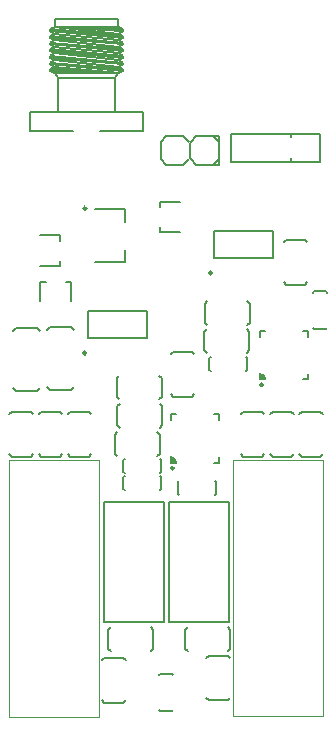
<source format=gto>
%FSAX24Y24*%
%MOIN*%
G70*
G01*
G75*
G04 Layer_Color=65535*
G04:AMPARAMS|DCode=10|XSize=59.1mil|YSize=51.2mil|CornerRadius=12.8mil|HoleSize=0mil|Usage=FLASHONLY|Rotation=180.000|XOffset=0mil|YOffset=0mil|HoleType=Round|Shape=RoundedRectangle|*
%AMROUNDEDRECTD10*
21,1,0.0591,0.0256,0,0,180.0*
21,1,0.0335,0.0512,0,0,180.0*
1,1,0.0256,-0.0167,0.0128*
1,1,0.0256,0.0167,0.0128*
1,1,0.0256,0.0167,-0.0128*
1,1,0.0256,-0.0167,-0.0128*
%
%ADD10ROUNDEDRECTD10*%
%ADD11O,0.0236X0.0827*%
G04:AMPARAMS|DCode=12|XSize=17.7mil|YSize=43.3mil|CornerRadius=4.4mil|HoleSize=0mil|Usage=FLASHONLY|Rotation=180.000|XOffset=0mil|YOffset=0mil|HoleType=Round|Shape=RoundedRectangle|*
%AMROUNDEDRECTD12*
21,1,0.0177,0.0344,0,0,180.0*
21,1,0.0089,0.0433,0,0,180.0*
1,1,0.0089,-0.0044,0.0172*
1,1,0.0089,0.0044,0.0172*
1,1,0.0089,0.0044,-0.0172*
1,1,0.0089,-0.0044,-0.0172*
%
%ADD12ROUNDEDRECTD12*%
G04:AMPARAMS|DCode=13|XSize=84.6mil|YSize=84.6mil|CornerRadius=4.2mil|HoleSize=0mil|Usage=FLASHONLY|Rotation=90.000|XOffset=0mil|YOffset=0mil|HoleType=Round|Shape=RoundedRectangle|*
%AMROUNDEDRECTD13*
21,1,0.0846,0.0762,0,0,90.0*
21,1,0.0762,0.0846,0,0,90.0*
1,1,0.0085,0.0381,0.0381*
1,1,0.0085,0.0381,-0.0381*
1,1,0.0085,-0.0381,-0.0381*
1,1,0.0085,-0.0381,0.0381*
%
%ADD13ROUNDEDRECTD13*%
G04:AMPARAMS|DCode=14|XSize=17.7mil|YSize=43.3mil|CornerRadius=4.4mil|HoleSize=0mil|Usage=FLASHONLY|Rotation=270.000|XOffset=0mil|YOffset=0mil|HoleType=Round|Shape=RoundedRectangle|*
%AMROUNDEDRECTD14*
21,1,0.0177,0.0344,0,0,270.0*
21,1,0.0089,0.0433,0,0,270.0*
1,1,0.0089,-0.0172,-0.0044*
1,1,0.0089,-0.0172,0.0044*
1,1,0.0089,0.0172,0.0044*
1,1,0.0089,0.0172,-0.0044*
%
%ADD14ROUNDEDRECTD14*%
G04:AMPARAMS|DCode=15|XSize=39.4mil|YSize=39.4mil|CornerRadius=9.8mil|HoleSize=0mil|Usage=FLASHONLY|Rotation=0.000|XOffset=0mil|YOffset=0mil|HoleType=Round|Shape=RoundedRectangle|*
%AMROUNDEDRECTD15*
21,1,0.0394,0.0197,0,0,0.0*
21,1,0.0197,0.0394,0,0,0.0*
1,1,0.0197,0.0098,-0.0098*
1,1,0.0197,-0.0098,-0.0098*
1,1,0.0197,-0.0098,0.0098*
1,1,0.0197,0.0098,0.0098*
%
%ADD15ROUNDEDRECTD15*%
G04:AMPARAMS|DCode=16|XSize=39.4mil|YSize=39.4mil|CornerRadius=9.8mil|HoleSize=0mil|Usage=FLASHONLY|Rotation=90.000|XOffset=0mil|YOffset=0mil|HoleType=Round|Shape=RoundedRectangle|*
%AMROUNDEDRECTD16*
21,1,0.0394,0.0197,0,0,90.0*
21,1,0.0197,0.0394,0,0,90.0*
1,1,0.0197,0.0098,0.0098*
1,1,0.0197,0.0098,-0.0098*
1,1,0.0197,-0.0098,-0.0098*
1,1,0.0197,-0.0098,0.0098*
%
%ADD16ROUNDEDRECTD16*%
G04:AMPARAMS|DCode=17|XSize=59.1mil|YSize=51.2mil|CornerRadius=12.8mil|HoleSize=0mil|Usage=FLASHONLY|Rotation=270.000|XOffset=0mil|YOffset=0mil|HoleType=Round|Shape=RoundedRectangle|*
%AMROUNDEDRECTD17*
21,1,0.0591,0.0256,0,0,270.0*
21,1,0.0335,0.0512,0,0,270.0*
1,1,0.0256,-0.0128,-0.0167*
1,1,0.0256,-0.0128,0.0167*
1,1,0.0256,0.0128,0.0167*
1,1,0.0256,0.0128,-0.0167*
%
%ADD17ROUNDEDRECTD17*%
G04:AMPARAMS|DCode=18|XSize=32mil|YSize=40mil|CornerRadius=4mil|HoleSize=0mil|Usage=FLASHONLY|Rotation=90.000|XOffset=0mil|YOffset=0mil|HoleType=Round|Shape=RoundedRectangle|*
%AMROUNDEDRECTD18*
21,1,0.0320,0.0320,0,0,90.0*
21,1,0.0240,0.0400,0,0,90.0*
1,1,0.0080,0.0160,0.0120*
1,1,0.0080,0.0160,-0.0120*
1,1,0.0080,-0.0160,-0.0120*
1,1,0.0080,-0.0160,0.0120*
%
%ADD18ROUNDEDRECTD18*%
G04:AMPARAMS|DCode=19|XSize=32mil|YSize=40mil|CornerRadius=4mil|HoleSize=0mil|Usage=FLASHONLY|Rotation=0.000|XOffset=0mil|YOffset=0mil|HoleType=Round|Shape=RoundedRectangle|*
%AMROUNDEDRECTD19*
21,1,0.0320,0.0320,0,0,0.0*
21,1,0.0240,0.0400,0,0,0.0*
1,1,0.0080,0.0120,-0.0160*
1,1,0.0080,-0.0120,-0.0160*
1,1,0.0080,-0.0120,0.0160*
1,1,0.0080,0.0120,0.0160*
%
%ADD19ROUNDEDRECTD19*%
G04:AMPARAMS|DCode=20|XSize=70.9mil|YSize=65mil|CornerRadius=4.9mil|HoleSize=0mil|Usage=FLASHONLY|Rotation=0.000|XOffset=0mil|YOffset=0mil|HoleType=Round|Shape=RoundedRectangle|*
%AMROUNDEDRECTD20*
21,1,0.0709,0.0552,0,0,0.0*
21,1,0.0611,0.0650,0,0,0.0*
1,1,0.0097,0.0306,-0.0276*
1,1,0.0097,-0.0306,-0.0276*
1,1,0.0097,-0.0306,0.0276*
1,1,0.0097,0.0306,0.0276*
%
%ADD20ROUNDEDRECTD20*%
%ADD21R,0.0630X0.1929*%
%ADD22R,0.0276X0.0925*%
%ADD23R,0.0512X0.0354*%
%ADD24R,0.0748X0.0354*%
%ADD25R,0.1063X0.0669*%
%ADD26C,0.0118*%
%ADD27C,0.0100*%
%ADD28C,0.0079*%
%ADD29C,0.0197*%
%ADD30R,0.0591X0.0256*%
%ADD31R,0.0394X0.0217*%
%ADD32R,0.0217X0.0394*%
%ADD33R,0.0256X0.0591*%
%ADD34C,0.0600*%
%ADD35R,0.0600X0.0600*%
%ADD36C,0.0591*%
G04:AMPARAMS|DCode=37|XSize=63mil|YSize=63mil|CornerRadius=7.9mil|HoleSize=0mil|Usage=FLASHONLY|Rotation=270.000|XOffset=0mil|YOffset=0mil|HoleType=Round|Shape=RoundedRectangle|*
%AMROUNDEDRECTD37*
21,1,0.0630,0.0472,0,0,270.0*
21,1,0.0472,0.0630,0,0,270.0*
1,1,0.0157,-0.0236,-0.0236*
1,1,0.0157,-0.0236,0.0236*
1,1,0.0157,0.0236,0.0236*
1,1,0.0157,0.0236,-0.0236*
%
%ADD37ROUNDEDRECTD37*%
%ADD38C,0.0630*%
G04:AMPARAMS|DCode=39|XSize=59.1mil|YSize=59.1mil|CornerRadius=14.8mil|HoleSize=0mil|Usage=FLASHONLY|Rotation=180.000|XOffset=0mil|YOffset=0mil|HoleType=Round|Shape=RoundedRectangle|*
%AMROUNDEDRECTD39*
21,1,0.0591,0.0295,0,0,180.0*
21,1,0.0295,0.0591,0,0,180.0*
1,1,0.0295,-0.0148,0.0148*
1,1,0.0295,0.0148,0.0148*
1,1,0.0295,0.0148,-0.0148*
1,1,0.0295,-0.0148,-0.0148*
%
%ADD39ROUNDEDRECTD39*%
G04:AMPARAMS|DCode=40|XSize=70.9mil|YSize=70.9mil|CornerRadius=17.7mil|HoleSize=0mil|Usage=FLASHONLY|Rotation=180.000|XOffset=0mil|YOffset=0mil|HoleType=Round|Shape=RoundedRectangle|*
%AMROUNDEDRECTD40*
21,1,0.0709,0.0354,0,0,180.0*
21,1,0.0354,0.0709,0,0,180.0*
1,1,0.0354,-0.0177,0.0177*
1,1,0.0354,0.0177,0.0177*
1,1,0.0354,0.0177,-0.0177*
1,1,0.0354,-0.0177,-0.0177*
%
%ADD40ROUNDEDRECTD40*%
%ADD41C,0.0709*%
%ADD42C,0.0256*%
%ADD43C,0.0098*%
%ADD44C,0.0059*%
%ADD45C,0.0039*%
G36*
X046693Y036227D02*
Y036150D01*
X046506D01*
Y036337D01*
X046583D01*
X046693Y036227D01*
D02*
G37*
G36*
X049665Y039002D02*
Y038925D01*
X049478D01*
Y039112D01*
X049556D01*
X049665Y039002D01*
D02*
G37*
D28*
Y038925D02*
G03*
X049478Y039112I-000187J000000D01*
G01*
X046693Y036150D02*
G03*
X046506Y036337I-000187J000000D01*
G01*
X049478Y038925D02*
X049665D01*
X049478D02*
Y039112D01*
Y040352D02*
Y040539D01*
X049665D01*
X050906D02*
X051093D01*
Y040352D02*
Y040539D01*
Y038925D02*
Y039112D01*
X050906Y038925D02*
X051093D01*
X046506Y036150D02*
X046693D01*
X046506D02*
Y036337D01*
Y037577D02*
Y037764D01*
X046693D01*
X047933D02*
X048120D01*
Y037577D02*
Y037764D01*
Y036150D02*
Y036337D01*
X047933Y036150D02*
X048120D01*
X044276Y030825D02*
X046276D01*
Y034825D01*
X044276Y030825D02*
Y034825D01*
X046276D01*
X046441Y030825D02*
X048441D01*
Y034825D01*
X046441Y030825D02*
Y034825D01*
X048441D01*
X046161Y044852D02*
X046801D01*
X046161Y043829D02*
X046801D01*
X046161D02*
Y044006D01*
Y044675D02*
Y044852D01*
X043179Y041535D02*
Y042175D01*
X042156Y041535D02*
Y042175D01*
X042333D01*
X043002D02*
X043179D01*
X042043Y040637D02*
X042143Y040537D01*
X041343Y040637D02*
X042043D01*
X041243Y040537D02*
X041343Y040637D01*
X042043Y038537D02*
X042143Y038637D01*
X041343Y038537D02*
X042043D01*
X041243Y038637D02*
X041343Y038537D01*
X043185Y040666D02*
X043285Y040566D01*
X042485Y040666D02*
X043185D01*
X042385Y040566D02*
X042485Y040666D01*
X043185Y038566D02*
X043285Y038666D01*
X042485Y038566D02*
X043185D01*
X042385Y038666D02*
X042485Y038566D01*
X041827Y047854D02*
X045575D01*
X044149Y047205D02*
X045575D01*
X044664Y048984D02*
X044750Y049132D01*
X044769D02*
X044919Y049215D01*
Y049269D01*
X044770Y049352D02*
X044919Y049269D01*
X044770Y049352D02*
X044919Y049435D01*
Y049490D01*
X044770Y049573D02*
X044919Y049490D01*
X044770Y049573D02*
X044919Y049656D01*
Y049710D01*
X044770Y049793D02*
X044919Y049710D01*
X044770Y049793D02*
X044919Y049876D01*
Y049931D01*
X044770Y050014D02*
X044919Y049931D01*
X044770Y050014D02*
X044919Y050097D01*
Y050151D01*
X044770Y050234D02*
X044919Y050151D01*
X044770Y050234D02*
X044919Y050317D01*
Y050372D01*
X044770Y050455D02*
X044919Y050372D01*
X044770Y050455D02*
X044919Y050538D01*
Y050592D01*
X044770Y050675D02*
X044919Y050592D01*
X042652Y050675D02*
X044770D01*
X042483Y050592D02*
X042652Y050675D01*
X042483Y050538D02*
Y050592D01*
Y050538D02*
X042632Y050455D01*
X042483Y050372D02*
X042632Y050455D01*
X042483Y050317D02*
Y050372D01*
Y050317D02*
X042632Y050234D01*
X042483Y050151D02*
X042632Y050234D01*
X042483Y050097D02*
Y050151D01*
Y050097D02*
X042632Y050014D01*
X042483Y049931D02*
X042632Y050014D01*
X042483Y049876D02*
Y049931D01*
Y049876D02*
X042632Y049793D01*
X042483Y049710D02*
X042632Y049793D01*
X042483Y049656D02*
Y049710D01*
Y049656D02*
X042632Y049573D01*
X042483Y049490D02*
X042632Y049573D01*
X042483Y049435D02*
Y049490D01*
Y049435D02*
X042632Y049352D01*
X042483Y049269D02*
X042632Y049352D01*
X042483Y049215D02*
Y049269D01*
Y049215D02*
X042632Y049132D01*
X044769D01*
X042652D02*
X042735Y048984D01*
X042735D02*
X044664D01*
Y047854D02*
Y048984D01*
X044750Y050675D02*
Y050957D01*
X042652D02*
X044750D01*
X042652Y050675D02*
Y050957D01*
X042735Y047854D02*
Y048984D01*
X042483Y049435D02*
X044919Y049215D01*
X042483Y049490D02*
X044919Y049269D01*
X042632Y049573D02*
X044770Y049352D01*
X042632D02*
X044769Y049132D01*
X042483Y049215D02*
X044750Y049132D01*
X042483Y049269D02*
X044769Y049132D01*
X042483Y049656D02*
X044919Y049435D01*
X042483Y049710D02*
X044919Y049490D01*
X042632Y049793D02*
X044770Y049573D01*
X042483Y049876D02*
X044919Y049656D01*
X042483Y049931D02*
X044919Y049710D01*
X042632Y050014D02*
X044770Y049793D01*
X042483Y050097D02*
X044919Y049876D01*
X042483Y050151D02*
X044919Y049931D01*
X042632Y050234D02*
X044770Y050014D01*
X042483Y050317D02*
X044919Y050097D01*
X042483Y050372D02*
X044919Y050151D01*
X042632Y050455D02*
X044770Y050234D01*
X042483Y050538D02*
X044919Y050317D01*
X042483Y050592D02*
X044919Y050372D01*
X042652Y050675D02*
X044770Y050455D01*
X042652Y050675D02*
X044919Y050538D01*
X042652Y050675D02*
X044919Y050592D01*
X045575Y047205D02*
Y047854D01*
X041827Y047205D02*
Y047854D01*
Y047205D02*
X043253D01*
X043990Y044596D02*
X044967D01*
X043990Y042825D02*
X044967D01*
Y044163D02*
Y044596D01*
Y042825D02*
Y043258D01*
X042805Y042707D02*
Y042884D01*
Y043553D02*
Y043730D01*
X042165D02*
X042805D01*
X042165Y042707D02*
X042805D01*
D43*
X047882Y042480D02*
G03*
X047882Y042480I-000049J000000D01*
G01*
X049577Y038748D02*
G03*
X049577Y038748I-000039J000000D01*
G01*
X043689Y039813D02*
G03*
X043689Y039813I-000049J000000D01*
G01*
X046604Y035972D02*
G03*
X046604Y035972I-000039J000000D01*
G01*
X043695Y044636D02*
G03*
X043695Y044636I-000049J000000D01*
G01*
D44*
X047776Y029724D02*
X048406D01*
X047697Y029646D02*
X047776Y029724D01*
X048406D02*
X048484Y029646D01*
X047697Y028307D02*
X047776Y028228D01*
X048406D02*
X048484Y028307D01*
X047776Y028228D02*
X048406D01*
X044291Y029646D02*
X044921D01*
X044213Y029567D02*
X044291Y029646D01*
X044921D02*
X045000Y029567D01*
X044213Y028228D02*
X044291Y028150D01*
X044921D02*
X045000Y028228D01*
X044291Y028150D02*
X044921D01*
X047933Y042975D02*
X049902D01*
X047933Y043875D02*
X049902D01*
X047933Y042975D02*
Y043875D01*
X049902Y042975D02*
Y043875D01*
X043740Y040308D02*
X045709D01*
X043740Y041208D02*
X045709D01*
X043740Y040308D02*
Y041208D01*
X045709Y040308D02*
Y041208D01*
X051319Y041860D02*
X051634D01*
X051280D02*
X051319D01*
X051240Y041821D02*
X051280Y041860D01*
X051634D02*
X051673D01*
X051713Y041821D01*
X051240Y040640D02*
X051280Y040600D01*
X051319D01*
X051673D02*
X051713Y040640D01*
X051634Y040600D02*
X051673D01*
X051319D02*
X051634D01*
X046752Y035148D02*
Y035463D01*
Y035108D02*
Y035148D01*
Y035108D02*
X046791Y035069D01*
X046752Y035463D02*
Y035502D01*
X046791Y035541D01*
X047972Y035069D02*
X048012Y035108D01*
Y035148D01*
X047972Y035541D02*
X048012Y035502D01*
Y035463D02*
Y035502D01*
Y035148D02*
Y035463D01*
X044931Y035305D02*
Y035620D01*
Y035266D02*
Y035305D01*
Y035266D02*
X044970Y035226D01*
X044931Y035620D02*
Y035659D01*
X044970Y035699D01*
X046152Y035226D02*
X046191Y035266D01*
Y035305D01*
X046152Y035699D02*
X046191Y035659D01*
Y035620D02*
Y035659D01*
Y035305D02*
Y035620D01*
X044429Y029951D02*
Y030581D01*
Y029951D02*
X044508Y029872D01*
X044429Y030581D02*
X044508Y030659D01*
X045846Y029872D02*
X045925Y029951D01*
X045846Y030659D02*
X045925Y030581D01*
Y029951D02*
Y030581D01*
X048484Y029951D02*
Y030581D01*
X048406Y030659D02*
X048484Y030581D01*
X048406Y029872D02*
X048484Y029951D01*
X046988Y030581D02*
X047067Y030659D01*
X046988Y029951D02*
X047067Y029872D01*
X046988Y029951D02*
Y030581D01*
X041211Y036358D02*
X041841D01*
X041919Y036437D01*
X041132D02*
X041211Y036358D01*
X041841Y037854D02*
X041919Y037776D01*
X041132D02*
X041211Y037854D01*
X041841D01*
X050866Y036358D02*
X051496D01*
X051575Y036437D01*
X050787D02*
X050866Y036358D01*
X051496Y037854D02*
X051575Y037776D01*
X050787D02*
X050866Y037854D01*
X051496D01*
X042185Y036358D02*
X042815D01*
X042894Y036437D01*
X042106D02*
X042185Y036358D01*
X042815Y037854D02*
X042894Y037776D01*
X042106D02*
X042185Y037854D01*
X042815D01*
X049902Y036358D02*
X050532D01*
X050610Y036437D01*
X049823D02*
X049902Y036358D01*
X050532Y037854D02*
X050610Y037776D01*
X049823D02*
X049902Y037854D01*
X050532D01*
X043150Y036348D02*
X043780D01*
X043858Y036427D01*
X043071D02*
X043150Y036348D01*
X043780Y037844D02*
X043858Y037766D01*
X043071D02*
X043150Y037844D01*
X043780D01*
X048917Y036358D02*
X049547D01*
X049626Y036437D01*
X048839D02*
X048917Y036358D01*
X049547Y037854D02*
X049626Y037776D01*
X048839D02*
X048917Y037854D01*
X049547D01*
X050354Y042087D02*
X050984D01*
X051063Y042165D01*
X050276D02*
X050354Y042087D01*
X050984Y043583D02*
X051063Y043504D01*
X050276D02*
X050354Y043583D01*
X050984D01*
X049134Y040817D02*
Y041447D01*
X049055Y041526D02*
X049134Y041447D01*
X049055Y040738D02*
X049134Y040817D01*
X047638Y041447D02*
X047717Y041526D01*
X047638Y040817D02*
X047717Y040738D01*
X047638Y040817D02*
Y041447D01*
X047795Y039281D02*
Y039596D01*
Y039242D02*
Y039281D01*
Y039242D02*
X047835Y039203D01*
X047795Y039596D02*
Y039636D01*
X047835Y039675D01*
X049016Y039203D02*
X049055Y039242D01*
Y039281D01*
X049016Y039675D02*
X049055Y039636D01*
Y039596D02*
Y039636D01*
Y039281D02*
Y039596D01*
X046201Y038346D02*
Y038976D01*
X046122Y039055D02*
X046201Y038976D01*
X046122Y038268D02*
X046201Y038346D01*
X044705Y038976D02*
X044783Y039055D01*
X044705Y038346D02*
X044783Y038268D01*
X044705Y038346D02*
Y038976D01*
X046585Y038356D02*
X047215D01*
X047293Y038435D01*
X046506D02*
X046585Y038356D01*
X047215Y039852D02*
X047293Y039774D01*
X046506D02*
X046585Y039852D01*
X047215D01*
X046220Y037402D02*
Y038031D01*
X046142Y038110D02*
X046220Y038031D01*
X046142Y037323D02*
X046220Y037402D01*
X044724Y038031D02*
X044803Y038110D01*
X044724Y037402D02*
X044803Y037323D01*
X044724Y037402D02*
Y038031D01*
X044931Y035876D02*
Y036191D01*
Y035837D02*
Y035876D01*
Y035837D02*
X044970Y035797D01*
X044931Y036191D02*
Y036230D01*
X044970Y036270D01*
X046152Y035797D02*
X046191Y035837D01*
Y035876D01*
X046152Y036270D02*
X046191Y036230D01*
Y036191D02*
Y036230D01*
Y035876D02*
Y036191D01*
X047138Y046305D02*
Y046805D01*
X047918Y047025D02*
X048108D01*
X047918Y046085D02*
X048108D01*
X046358D02*
X046918D01*
X046358Y047025D02*
X046918D01*
X047358D02*
X047918D01*
X047358Y046085D02*
X047918D01*
X047168Y046275D02*
X047358Y046085D01*
X047168Y046835D02*
X047358Y047025D01*
X047918D02*
X048108Y046835D01*
X047918Y046085D02*
X048108Y046275D01*
X046918Y047025D02*
X047108Y046835D01*
X046918Y046085D02*
X047108Y046275D01*
X046168D02*
Y046835D01*
X046358Y047025D01*
X046168Y046275D02*
X046358Y046085D01*
X048108D02*
Y047025D01*
X048530Y046184D02*
Y047124D01*
X051470Y046184D02*
Y047124D01*
X048530Y046184D02*
X051470D01*
X048530Y047124D02*
X051470D01*
X050500Y046184D02*
Y046304D01*
Y047004D02*
Y047124D01*
X046201Y027864D02*
X046516D01*
X046555D01*
X046594Y027904D01*
X046161Y027864D02*
X046201D01*
X046122Y027904D02*
X046161Y027864D01*
X046555Y029124D02*
X046594Y029085D01*
X046516Y029124D02*
X046555D01*
X046122Y029085D02*
X046161Y029124D01*
X046201D01*
X046516D01*
X044646Y036457D02*
Y037087D01*
Y036457D02*
X044724Y036378D01*
X044646Y037087D02*
X044724Y037165D01*
X046063Y036378D02*
X046142Y036457D01*
X046063Y037165D02*
X046142Y037087D01*
Y036457D02*
Y037087D01*
X047628Y039892D02*
Y040522D01*
Y039892D02*
X047707Y039813D01*
X047628Y040522D02*
X047707Y040600D01*
X049045Y039813D02*
X049124Y039892D01*
X049045Y040600D02*
X049124Y040522D01*
Y039892D02*
Y040522D01*
D45*
X048583Y027693D02*
X051583D01*
Y036243D01*
X048583D02*
X051583D01*
X048583Y027693D02*
Y036243D01*
X041102Y027678D02*
X044102D01*
Y036228D01*
X041102D02*
X044102D01*
X041102Y027678D02*
Y036228D01*
M02*

</source>
